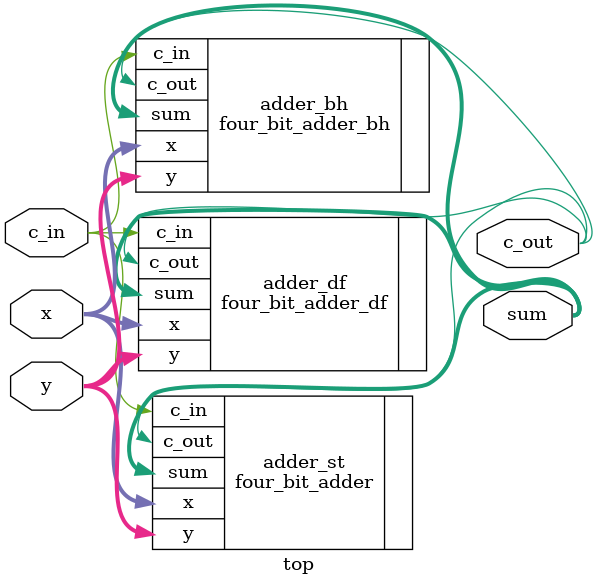
<source format=v>
`timescale 1ns / 1ps

module top(
    input wire [3:0] x, y,
    input wire c_in,
    output wire [3:0] sum,
    output wire c_out
);

    
    four_bit_adder adder_st(
        .x(x),
        .y(y),
        .c_in(c_in),
        .sum(sum),
        .c_out(c_out)
    );
    
    four_bit_adder_df adder_df(
        .x(x),
        .y(y),
        .c_in(c_in),
        .sum(sum),
        .c_out(c_out)
    );
    
    // four_bit_adder_bh ÀÎ½ºÅÏ½º »ý¼º
    four_bit_adder_bh adder_bh(
        .x(x),
        .y(y),
        .c_in(c_in),
        .sum(sum),
        .c_out(c_out)
    );
    
        
endmodule

</source>
